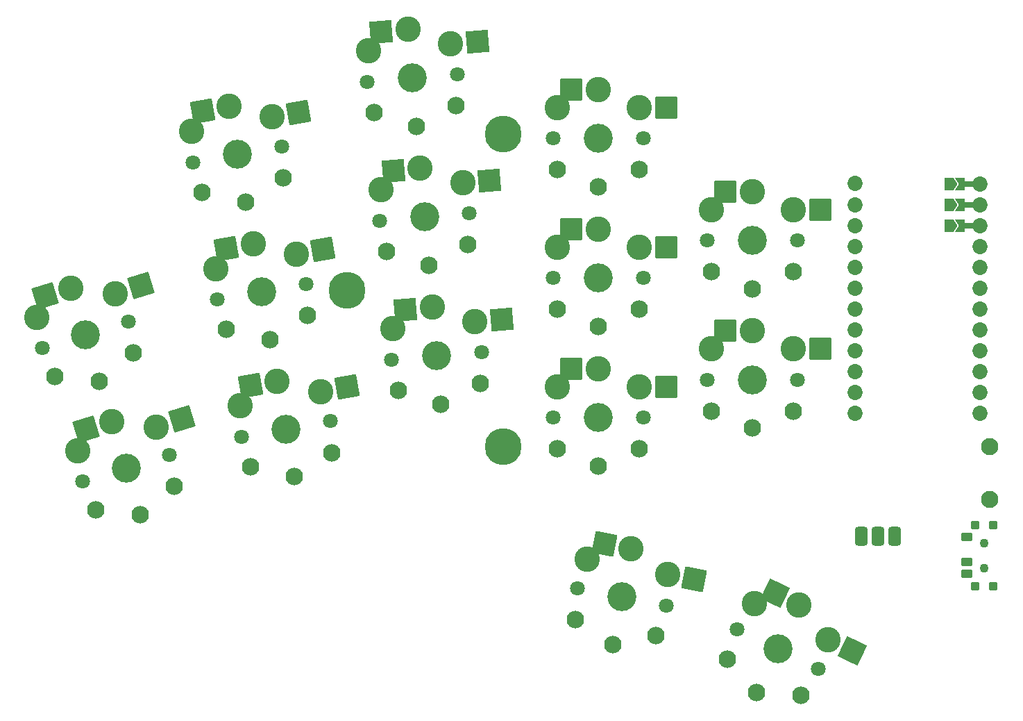
<source format=gbs>
%TF.GenerationSoftware,KiCad,Pcbnew,(6.0.4)*%
%TF.CreationDate,2022-05-15T18:09:05+02:00*%
%TF.ProjectId,battoota,62617474-6f6f-4746-912e-6b696361645f,v1.0.0*%
%TF.SameCoordinates,Original*%
%TF.FileFunction,Soldermask,Bot*%
%TF.FilePolarity,Negative*%
%FSLAX46Y46*%
G04 Gerber Fmt 4.6, Leading zero omitted, Abs format (unit mm)*
G04 Created by KiCad (PCBNEW (6.0.4)) date 2022-05-15 18:09:05*
%MOMM*%
%LPD*%
G01*
G04 APERTURE LIST*
G04 Aperture macros list*
%AMRoundRect*
0 Rectangle with rounded corners*
0 $1 Rounding radius*
0 $2 $3 $4 $5 $6 $7 $8 $9 X,Y pos of 4 corners*
0 Add a 4 corners polygon primitive as box body*
4,1,4,$2,$3,$4,$5,$6,$7,$8,$9,$2,$3,0*
0 Add four circle primitives for the rounded corners*
1,1,$1+$1,$2,$3*
1,1,$1+$1,$4,$5*
1,1,$1+$1,$6,$7*
1,1,$1+$1,$8,$9*
0 Add four rect primitives between the rounded corners*
20,1,$1+$1,$2,$3,$4,$5,0*
20,1,$1+$1,$4,$5,$6,$7,0*
20,1,$1+$1,$6,$7,$8,$9,0*
20,1,$1+$1,$8,$9,$2,$3,0*%
%AMFreePoly0*
4,1,16,0.685355,0.785355,0.700000,0.750000,0.691603,0.722265,0.210093,0.000000,0.691603,-0.722265,0.699029,-0.759806,0.677735,-0.791603,0.650000,-0.800000,-0.500000,-0.800000,-0.535355,-0.785355,-0.550000,-0.750000,-0.550000,0.750000,-0.535355,0.785355,-0.500000,0.800000,0.650000,0.800000,0.685355,0.785355,0.685355,0.785355,$1*%
%AMFreePoly1*
4,1,16,0.535355,0.785355,0.550000,0.750000,0.550000,-0.750000,0.535355,-0.785355,0.500000,-0.800000,-0.500000,-0.800000,-0.535355,-0.785355,-0.541603,-0.777735,-1.041603,-0.027735,-1.049029,0.009806,-1.041603,0.027735,-0.541603,0.777735,-0.509806,0.799029,-0.500000,0.800000,0.500000,0.800000,0.535355,0.785355,0.535355,0.785355,$1*%
G04 Aperture macros list end*
%ADD10RoundRect,0.425000X-0.375000X-0.750000X0.375000X-0.750000X0.375000X0.750000X-0.375000X0.750000X0*%
%ADD11C,2.100000*%
%ADD12C,3.100000*%
%ADD13C,1.801800*%
%ADD14C,3.529000*%
%ADD15RoundRect,0.050000X-1.054507X-1.505993X1.505993X-1.054507X1.054507X1.505993X-1.505993X1.054507X0*%
%ADD16C,2.132000*%
%ADD17RoundRect,0.050000X-1.181751X-1.408356X1.408356X-1.181751X1.181751X1.408356X-1.408356X1.181751X0*%
%ADD18RoundRect,0.050000X-1.300000X-1.300000X1.300000X-1.300000X1.300000X1.300000X-1.300000X1.300000X0*%
%ADD19RoundRect,0.050000X-1.738315X-0.598550X0.598550X-1.738315X1.738315X0.598550X-0.598550X1.738315X0*%
%ADD20RoundRect,0.050000X-0.450000X0.450000X-0.450000X-0.450000X0.450000X-0.450000X0.450000X0.450000X0*%
%ADD21C,1.100000*%
%ADD22RoundRect,0.050000X-0.625000X0.450000X-0.625000X-0.450000X0.625000X-0.450000X0.625000X0.450000X0*%
%ADD23RoundRect,0.050000X-0.863113X-1.623279X1.623279X-0.863113X0.863113X1.623279X-1.623279X0.863113X0*%
%ADD24RoundRect,0.050000X-1.524167X-1.028064X1.028064X-1.524167X1.524167X1.028064X-1.028064X1.524167X0*%
%ADD25C,1.852600*%
%ADD26FreePoly0,180.000000*%
%ADD27RoundRect,0.050000X-0.762000X0.250000X-0.762000X-0.250000X0.762000X-0.250000X0.762000X0.250000X0*%
%ADD28FreePoly1,180.000000*%
%ADD29C,4.500000*%
G04 APERTURE END LIST*
D10*
%TO.C,PAD1*%
X151545396Y58163682D03*
X149545396Y58163682D03*
X147545396Y58163682D03*
%TD*%
D11*
%TO.C,B1*%
X163203191Y69152519D03*
X163203191Y62652519D03*
%TD*%
D12*
%TO.C,S11*%
X75659968Y109306337D03*
X70353903Y110604673D03*
X70353903Y110604673D03*
D13*
X65970667Y103790002D03*
D12*
X65811891Y107569855D03*
D14*
X71387110Y104745067D03*
D13*
X76803553Y105700132D03*
D15*
X67128658Y110035975D03*
X78885213Y109875035D03*
%TD*%
D13*
%TO.C,S34*%
X142268577Y42037127D03*
D14*
X137325210Y44448168D03*
D13*
X132381843Y46859209D03*
D16*
X131165429Y43224606D03*
X140153370Y38840895D03*
X134738820Y39145283D03*
X134738820Y39145283D03*
%TD*%
D14*
%TO.C,S15*%
X94221643Y97114167D03*
D13*
X99700714Y97593524D03*
D12*
X98875782Y101285676D03*
X93703066Y103041525D03*
X93703066Y103041525D03*
X88913835Y100414118D03*
D13*
X88742572Y96634810D03*
D17*
X90440529Y102756090D03*
X102138320Y101571111D03*
%TD*%
D12*
%TO.C,S21*%
X115411087Y95636017D03*
D13*
X109911087Y89686017D03*
D12*
X115411087Y95636017D03*
X120411087Y93436017D03*
D13*
X120911087Y89686017D03*
D12*
X110411087Y93436017D03*
D14*
X115411087Y89686017D03*
D18*
X112136087Y95636017D03*
X123686087Y93436017D03*
%TD*%
D13*
%TO.C,S8*%
X71874705Y70306538D03*
X82707591Y72216668D03*
D14*
X77291148Y71261603D03*
D16*
X73026972Y66651093D03*
X82875050Y68387574D03*
X78315672Y65451237D03*
X78315672Y65451237D03*
%TD*%
D14*
%TO.C,S14*%
X95703291Y80178857D03*
D13*
X101182362Y80658214D03*
X90224220Y79699500D03*
D16*
X91053509Y75957538D03*
X101015456Y76829096D03*
X96217510Y74301308D03*
X96217510Y74301308D03*
%TD*%
D14*
%TO.C,S20*%
X115411087Y72686017D03*
D13*
X109911087Y72686017D03*
X120911087Y72686017D03*
D16*
X120411087Y68886017D03*
X110411087Y68886017D03*
X115411087Y66786017D03*
X115411087Y66786017D03*
%TD*%
D13*
%TO.C,S28*%
X128718280Y77278852D03*
X139718280Y77278852D03*
D14*
X134218280Y77278852D03*
D16*
X129218280Y73478852D03*
X139218280Y73478852D03*
X134218280Y71378852D03*
X134218280Y71378852D03*
%TD*%
D12*
%TO.C,S29*%
X134218280Y100228852D03*
X134218280Y100228852D03*
D13*
X139718280Y94278852D03*
D14*
X134218280Y94278852D03*
D12*
X139218280Y98028852D03*
X129218280Y98028852D03*
D13*
X128718280Y94278852D03*
D18*
X130943280Y100228852D03*
X142493280Y98028852D03*
%TD*%
D14*
%TO.C,S33*%
X137325210Y44448168D03*
D12*
X139933518Y49795993D03*
X134475132Y50010501D03*
D13*
X132381843Y46859209D03*
D12*
X139933518Y49795993D03*
X143463072Y45626790D03*
D13*
X142268577Y42037127D03*
D19*
X136989968Y51231658D03*
X146406623Y44191124D03*
%TD*%
D12*
%TO.C,S7*%
X71715929Y74086391D03*
X81564006Y75822873D03*
X76257941Y77121209D03*
D13*
X71874705Y70306538D03*
D12*
X76257941Y77121209D03*
D13*
X82707591Y72216668D03*
D14*
X77291148Y71261603D03*
D15*
X73032696Y76552511D03*
X84789251Y76391571D03*
%TD*%
D20*
%TO.C,T2*%
X163600140Y52144619D03*
X163600140Y59544619D03*
X161400140Y52144619D03*
X161400140Y59544619D03*
D21*
X162500140Y57344619D03*
X162500140Y54344619D03*
D22*
X160425140Y58094619D03*
X160425140Y55094619D03*
X160425140Y53594619D03*
%TD*%
D14*
%TO.C,S5*%
X52842259Y82729963D03*
D13*
X58101935Y84338007D03*
D12*
X51102647Y88419976D03*
X51102647Y88419976D03*
D13*
X47582583Y81121919D03*
D12*
X46964341Y84854247D03*
X56527389Y87777964D03*
D23*
X47970749Y87462459D03*
X59659287Y88735482D03*
%TD*%
D12*
%TO.C,S27*%
X129218280Y81028852D03*
D13*
X139718280Y77278852D03*
D14*
X134218280Y77278852D03*
D12*
X139218280Y81028852D03*
X134218280Y83228852D03*
X134218280Y83228852D03*
D13*
X128718280Y77278852D03*
D18*
X130943280Y83228852D03*
X142493280Y81028852D03*
%TD*%
D12*
%TO.C,S9*%
X68763910Y90828123D03*
D14*
X74339129Y88003335D03*
D12*
X73305922Y93862941D03*
X78611987Y92564605D03*
D13*
X68922686Y87048270D03*
D12*
X73305922Y93862941D03*
D13*
X79755572Y88958400D03*
D15*
X70080677Y93294243D03*
X81837232Y93133303D03*
%TD*%
D13*
%TO.C,S16*%
X99700714Y97593524D03*
D14*
X94221643Y97114167D03*
D13*
X88742572Y96634810D03*
D16*
X99533808Y93764406D03*
X89571861Y92892848D03*
X94735862Y91236618D03*
X94735862Y91236618D03*
%TD*%
D13*
%TO.C,S30*%
X139718280Y94278852D03*
X128718280Y94278852D03*
D14*
X134218280Y94278852D03*
D16*
X139218280Y90478852D03*
X129218280Y90478852D03*
X134218280Y88378852D03*
X134218280Y88378852D03*
%TD*%
D13*
%TO.C,S13*%
X90224220Y79699500D03*
X101182362Y80658214D03*
D14*
X95703291Y80178857D03*
D12*
X95184714Y86106215D03*
X100357430Y84350366D03*
X95184714Y86106215D03*
X90395483Y83478808D03*
D17*
X91922177Y85820780D03*
X103619968Y84635801D03*
%TD*%
D13*
%TO.C,S24*%
X109911087Y106686017D03*
X120911087Y106686017D03*
D14*
X115411087Y106686017D03*
D16*
X110411087Y102886017D03*
X120411087Y102886017D03*
X115411087Y100786017D03*
X115411087Y100786017D03*
%TD*%
D13*
%TO.C,S17*%
X87260925Y113570120D03*
D14*
X92739996Y114049477D03*
D13*
X98219067Y114528834D03*
D12*
X87432188Y117349428D03*
X97394135Y118220986D03*
X92221419Y119976835D03*
X92221419Y119976835D03*
D17*
X88958882Y119691400D03*
X100656673Y118506421D03*
%TD*%
D13*
%TO.C,S4*%
X52552902Y64864738D03*
X63072254Y68080826D03*
D14*
X57812578Y66472782D03*
D16*
X54142067Y61376965D03*
X63705114Y64300682D03*
X59537571Y60830584D03*
X59537571Y60830584D03*
%TD*%
D13*
%TO.C,S10*%
X79755572Y88958400D03*
X68922686Y87048270D03*
D14*
X74339129Y88003335D03*
D16*
X70074953Y83392825D03*
X79923031Y85129306D03*
X75363653Y82192969D03*
X75363653Y82192969D03*
%TD*%
D13*
%TO.C,S22*%
X109911087Y89686017D03*
X120911087Y89686017D03*
D14*
X115411087Y89686017D03*
D16*
X110411087Y85886017D03*
X120411087Y85886017D03*
X115411087Y83786017D03*
X115411087Y83786017D03*
%TD*%
D14*
%TO.C,S31*%
X118297141Y50814871D03*
D13*
X112898191Y51864320D03*
D12*
X119432455Y56655553D03*
X123920811Y53541928D03*
X119432455Y56655553D03*
X114104539Y55450018D03*
D13*
X123696091Y49765422D03*
D24*
X116217625Y57280452D03*
X127135640Y52917029D03*
%TD*%
D25*
%TO.C,MCU1*%
X161977213Y98602542D03*
D26*
X159643690Y98602542D03*
D25*
X161977213Y96062542D03*
D27*
X160593690Y101142542D03*
D25*
X146737213Y96062542D03*
D27*
X160593690Y98602542D03*
X160593690Y96062542D03*
D26*
X159643690Y96062542D03*
X159643690Y101142542D03*
D25*
X146737213Y101226288D03*
X161977213Y101142542D03*
X146737213Y98602542D03*
D28*
X158193690Y101142542D03*
X158193690Y98602542D03*
X158193690Y96062542D03*
D25*
X146737213Y93522542D03*
X146737213Y90982542D03*
X146737213Y88442542D03*
X146737213Y85902542D03*
X146737213Y83362542D03*
X146737213Y80822542D03*
X146737213Y78282542D03*
X146737213Y75742542D03*
X146737213Y73202542D03*
X161977213Y93522542D03*
X161977213Y90982542D03*
X161977213Y88442542D03*
X161977213Y85902542D03*
X161977213Y83362542D03*
X161977213Y80822542D03*
X161977213Y78282542D03*
X161977213Y75742542D03*
X161977213Y73202542D03*
%TD*%
D13*
%TO.C,S3*%
X52552902Y64864738D03*
D12*
X51934660Y68597066D03*
D14*
X57812578Y66472782D03*
D12*
X61497708Y71520783D03*
X56072966Y72162795D03*
X56072966Y72162795D03*
D13*
X63072254Y68080826D03*
D23*
X52941068Y71205278D03*
X64629606Y72478301D03*
%TD*%
D13*
%TO.C,S32*%
X123696091Y49765422D03*
D14*
X118297141Y50814871D03*
D13*
X112898191Y51864320D03*
D16*
X122480203Y46130643D03*
X112663931Y48038733D03*
X117171368Y45023271D03*
X117171368Y45023271D03*
%TD*%
D29*
%TO.C,REF\u002A\u002A*%
X84747220Y88141427D03*
X103797220Y69091427D03*
X103797220Y107191427D03*
%TD*%
D14*
%TO.C,S12*%
X71387110Y104745067D03*
D13*
X65970667Y103790002D03*
X76803553Y105700132D03*
D16*
X76971012Y101871038D03*
X67122934Y100134557D03*
X72411634Y98934701D03*
X72411634Y98934701D03*
%TD*%
D14*
%TO.C,S23*%
X115411087Y106686017D03*
D13*
X120911087Y106686017D03*
D12*
X115411087Y112636017D03*
X115411087Y112636017D03*
X110411087Y110436017D03*
X120411087Y110436017D03*
D13*
X109911087Y106686017D03*
D18*
X112136087Y112636017D03*
X123686087Y110436017D03*
%TD*%
D13*
%TO.C,S6*%
X47582583Y81121919D03*
X58101935Y84338007D03*
D14*
X52842259Y82729963D03*
D16*
X49171748Y77634146D03*
X58734795Y80557863D03*
X54567252Y77087765D03*
X54567252Y77087765D03*
%TD*%
D14*
%TO.C,S19*%
X115411087Y72686017D03*
D12*
X115411087Y78636017D03*
X110411087Y76436017D03*
D13*
X120911087Y72686017D03*
X109911087Y72686017D03*
D12*
X120411087Y76436017D03*
X115411087Y78636017D03*
D18*
X112136087Y78636017D03*
X123686087Y76436017D03*
%TD*%
D13*
%TO.C,S18*%
X98219067Y114528834D03*
D14*
X92739996Y114049477D03*
D13*
X87260925Y113570120D03*
D16*
X88090214Y109828158D03*
X98052161Y110699716D03*
X93254215Y108171928D03*
X93254215Y108171928D03*
%TD*%
M02*

</source>
